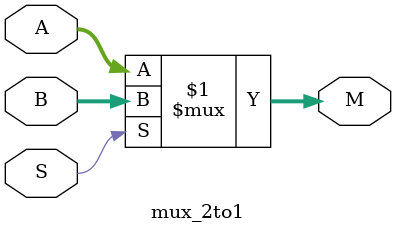
<source format=v>
module mux_2to1 (A, B, S, M);

	parameter AB_width = 32;
	input  [AB_width-1:0] A;
    	input  [AB_width-1:0] B;
    	input  S;
    	output [AB_width-1:0] M;
	 
	 assign M =  S ? B : A;

endmodule // mux_2to1
</source>
